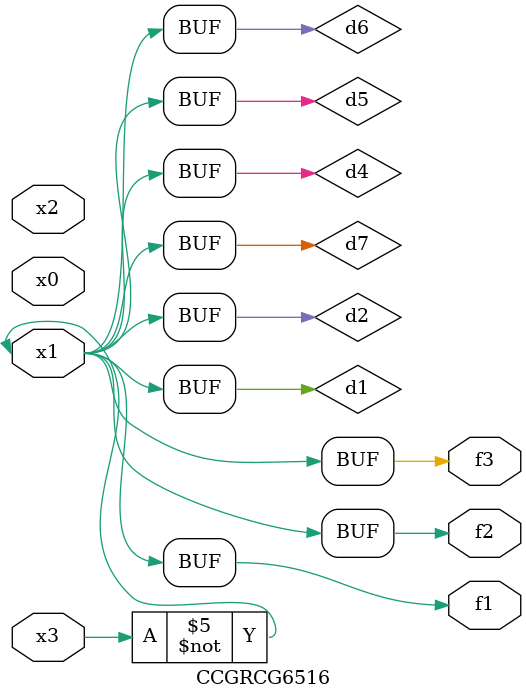
<source format=v>
module CCGRCG6516(
	input x0, x1, x2, x3,
	output f1, f2, f3
);

	wire d1, d2, d3, d4, d5, d6, d7;

	not (d1, x3);
	buf (d2, x1);
	xnor (d3, d1, d2);
	nor (d4, d1);
	buf (d5, d1, d2);
	buf (d6, d4, d5);
	nand (d7, d4);
	assign f1 = d6;
	assign f2 = d7;
	assign f3 = d6;
endmodule

</source>
